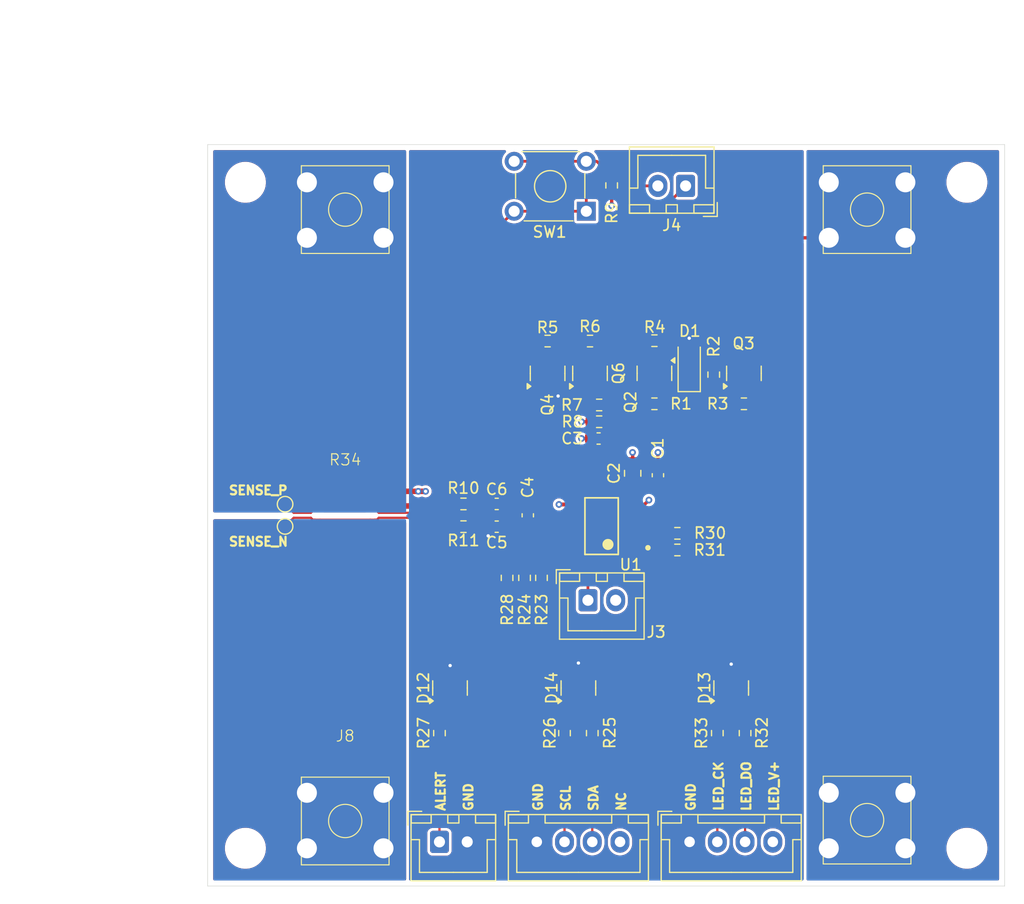
<source format=kicad_pcb>
(kicad_pcb (version 20240108) (generator "pcbnew") (generator_version "8.0")
  (layers (0 "F.Cu" signal) (1 "In1.Cu" signal) (2 "In2.Cu" signal) (31 "B.Cu" signal) (34 "B.Paste" user) (35 "F.Paste" user) (36 "B.SilkS" user "B.Silkscreen") (37 "F.SilkS" user "F.Silkscreen") (38 "B.Mask" user) (39 "F.Mask" user) (44 "Edge.Cuts" user))
  (net 0 "")
  (net 1 "REGIN")
  (net 2 "GND")
  (net 3 "/REG25")
  (net 4 "Net-(U1-BAT)")
  (net 5 "/SRN")
  (net 6 "/SRP")
  (net 7 "Net-(D1-K)")
  (net 8 "Net-(D12-K-Pad1)")
  (net 9 "Net-(J1-Pin_2)")
  (net 10 "Net-(J1-Pin_3)")
  (net 11 "Net-(J2-Pin_1)")
  (net 12 "Net-(J3-Pin_1)")
  (net 13 "/LED_SW")
  (net 14 "/VEN")
  (net 15 "Net-(Q2-S)")
  (net 16 "VBAT+")
  (net 17 "Net-(Q3-S)")
  (net 18 "Net-(Q4-D)")
  (net 19 "Net-(Q6-G)")
  (net 20 "Net-(Q6-D)")
  (net 21 "VBAT-")
  (net 22 "PACK-")
  (net 23 "Net-(U1-P3{slash}SDA)")
  (net 24 "Net-(U1-P4{slash}SCL)")
  (net 25 "Net-(U1-P5{slash}HDQ)")
  (net 26 "/LED_CLK")
  (net 27 "/LED_DAT")
  (net 29 "Net-(D14-K-Pad2)")
  (net 30 "Net-(D14-K-Pad1)")
  (net 32 "Net-(D13-K-Pad2)")
  (net 33 "Net-(D13-K-Pad1)")
  (net 35 "Net-(J11-Pin_3)")
  (net 36 "Net-(J11-Pin_2)")
  (net 37 "/SENSE_P")
  (net 38 "/SENSE_N")
  (net 39 "GNDA")
  (footprint "Resistor_SMD:R_0603_1608Metric" (layer "F.Cu") (at 125.6726 86.233)
    (property "Reference" "R5" (at 0 -1.2192 0) (layer "F.SilkS"))
    (property "Value" "165K")
    (pad "1" smd roundrect (at -0.825 0) (size 0.8 0.95) (layers "F.Cu" "F.Paste" "F.Mask") (net 18 "Net-(Q4-D)"))
    (pad "2" smd roundrect (at 0.825 0) (size 0.8 0.95) (layers "F.Cu" "F.Paste" "F.Mask") (net 19 "Net-(Q6-G)"))
  )
  (footprint "Package_TO_SOT_SMD:SOT-23" (layer "F.Cu") (at 143.3576 89.1441 90)
    (property "Reference" "Q3" (at 2.6947 -0.0254 180) (layer "F.SilkS"))
    (property "Value" "2N7002")
    (pad "1" smd roundrect (at -0.9375 -0.95 90) (size 1.475 0.6) (layers "F.Cu" "F.Paste" "F.Mask") (net 7 "Net-(D1-K)"))
    (pad "2" smd roundrect (at -0.9375 0.95 90) (size 1.475 0.6) (layers "F.Cu" "F.Paste" "F.Mask") (net 17 "Net-(Q3-S)"))
    (pad "3" smd roundrect (at 0.9375 0 90) (size 1.475 0.6) (layers "F.Cu" "F.Paste" "F.Mask") (net 16 "VBAT+"))
  )
  (footprint "Connector_JST:JST_XH_B2B-XH-A_1x02_P2.50mm_Vertical" (layer "F.Cu") (at 138.1052 72.2546 180)
    (property "Reference" "J4" (at 1.25 -3.55 0) (layer "F.SilkS"))
    (property "Value" "LED_DISP")
    (pad "1" thru_hole roundrect (at 0 0 180) (size 1.7 2) (drill 1) (layers "*.Cu" "*.Mask") (roundrect_rratio 0.147059) (net 14 "/VEN"))
    (pad "2" thru_hole oval (at 2.5 0 180) (size 1.7 2) (drill 1) (layers "*.Cu" "*.Mask") (net 13 "/LED_SW"))
  )
  (footprint "Package_TO_SOT_SMD:SOT-23" (layer "F.Cu") (at 129.4926 89.1441 90)
    (property "Reference" "Q6" (at 0.0099 2.5554 90) (layer "F.SilkS"))
    (property "Value" "BSS84")
    (pad "1" smd roundrect (at -0.9375 -0.95 90) (size 1.475 0.6) (layers "F.Cu" "F.Paste" "F.Mask") (net 19 "Net-(Q6-G)"))
    (pad "2" smd roundrect (at -0.9375 0.95 90) (size 1.475 0.6) (layers "F.Cu" "F.Paste" "F.Mask") (net 16 "VBAT+"))
    (pad "3" smd roundrect (at 0.9375 0 90) (size 1.475 0.6) (layers "F.Cu" "F.Paste" "F.Mask") (net 20 "Net-(Q6-D)"))
  )
  (footprint "shunt-resistor:Isabellenhuette-SMT-R010-1.0" (layer "F.Cu") (at 107.438466 101.9312)
    (property "Reference" "R34" (at 0 -5 0) (layer "F.SilkS") (effects (font (thickness 0.1))))
    (property "Value" "0.01")
    (pad "1" smd rect (at 0 -2) (size 4.6 3.4) (layers "F.Cu" "F.Mask") (net 21 "VBAT-"))
    (pad "2" smd rect (at 2.7 -0.4 90) (size 0.2 0.2) (layers "F.Cu") (net 37 "/SENSE_P"))
    (pad "3" smd rect (at 2.7 0.4 90) (size 0.2 0.2) (layers "F.Cu") (net 38 "/SENSE_N"))
    (pad "4" smd rect (at 0 2) (size 4.6 3.4) (layers "F.Cu" "F.Mask") (net 22 "PACK-"))
  )
  (footprint "Connector_JST:JST_XH_B4B-XH-A_1x04_P2.50mm_Vertical" (layer "F.Cu") (at 138.463464 131.3518)
    (property "Reference" "J11" (hide yes))
    (property "Value" "LED")
    (pad "1" thru_hole roundrect (at 0 0) (size 1.7 1.95) (drill 0.95) (layers "*.Cu" "*.Mask") (roundrect_rratio 0.147059) (net 2 "GND"))
    (pad "2" thru_hole oval (at 2.5 0) (size 1.7 1.95) (drill 0.95) (layers "*.Cu" "*.Mask") (net 36 "Net-(J11-Pin_2)"))
    (pad "3" thru_hole oval (at 5 0) (size 1.7 1.95) (drill 0.95) (layers "*.Cu" "*.Mask") (net 35 "Net-(J11-Pin_3)"))
    (pad "4" thru_hole oval (at 7.5 0) (size 1.7 1.95) (drill 0.95) (layers "*.Cu" "*.Mask"))
  )
  (footprint "Capacitor_SMD:C_0603_1608Metric" (layer "F.Cu") (at 121.0888 102.9562 180)
    (property "Reference" "C5" (at 0 -1.43 0) (layer "F.SilkS"))
    (property "Value" "100nF")
    (pad "1" smd roundrect (at -0.775 0 180) (size 0.9 0.95) (layers "F.Cu" "F.Paste" "F.Mask") (net 5 "/SRN"))
    (pad "2" smd roundrect (at 0.775 0 180) (size 0.9 0.95) (layers "F.Cu" "F.Paste" "F.Mask") (net 2 "GND"))
  )
  (footprint "Resistor_SMD:R_0603_1608Metric" (layer "F.Cu") (at 122.0216 107.569 90)
    (property "Reference" "R28" (at -2.8702 0.0122 90) (layer "F.SilkS"))
    (property "Value" "100")
    (pad "1" smd roundrect (at -0.825 0 90) (size 0.8 0.95) (layers "F.Cu" "F.Paste" "F.Mask") (net 8 "Net-(D12-K-Pad1)"))
    (pad "2" smd roundrect (at 0.825 0 90) (size 0.8 0.95) (layers "F.Cu" "F.Paste" "F.Mask") (net 25 "Net-(U1-P5{slash}HDQ)"))
  )
  (footprint "Resistor_SMD:R_0603_1608Metric" (layer "F.Cu") (at 140.963464 121.555 90)
    (property "Reference" "R33" (at 0 -1.43 90) (layer "F.SilkS"))
    (property "Value" "100")
    (pad "1" smd roundrect (at -0.825 0 90) (size 0.8 0.95) (layers "F.Cu" "F.Paste" "F.Mask") (net 36 "Net-(J11-Pin_2)"))
    (pad "2" smd roundrect (at 0.825 0 90) (size 0.8 0.95) (layers "F.Cu" "F.Paste" "F.Mask") (net 33 "Net-(D13-K-Pad1)"))
  )
  (footprint "Resistor_SMD:R_0603_1608Metric" (layer "F.Cu") (at 140.6398 89.2566 -90)
    (property "Reference" "R2" (at -2.54 0 90) (layer "F.SilkS"))
    (property "Value" "27K")
    (pad "1" smd roundrect (at -0.825 0 270) (size 0.8 0.95) (layers "F.Cu" "F.Paste" "F.Mask") (net 16 "VBAT+"))
    (pad "2" smd roundrect (at 0.825 0 270) (size 0.8 0.95) (layers "F.Cu" "F.Paste" "F.Mask") (net 7 "Net-(D1-K)"))
  )
  (footprint "Package_TO_SOT_SMD:SOT-23" (layer "F.Cu") (at 128.446798 117.491 90)
    (property "Reference" "D14" (at 0 -2.4 90) (layer "F.SilkS"))
    (property "Value" "AZ23C5V6-7")
    (pad "1" smd roundrect (at -0.9375 -0.95 90) (size 1.475 0.6) (layers "F.Cu" "F.Paste" "F.Mask") (net 30 "Net-(D14-K-Pad1)"))
    (pad "2" smd roundrect (at -0.9375 0.95 90) (size 1.475 0.6) (layers "F.Cu" "F.Paste" "F.Mask") (net 29 "Net-(D14-K-Pad2)"))
    (pad "3" smd roundrect (at 0.9375 0 90) (size 1.475 0.6) (layers "F.Cu" "F.Paste" "F.Mask") (net 2 "GND"))
  )
  (footprint "Resistor_SMD:R_0603_1608Metric" (layer "F.Cu") (at 137.3632 103.5562 180)
    (property "Reference" "R30" (at -2.9464 0.0254 0) (layer "F.SilkS"))
    (property "Value" "100")
    (pad "1" smd roundrect (at -0.825 0 180) (size 0.8 0.95) (layers "F.Cu" "F.Paste" "F.Mask") (net 32 "Net-(D13-K-Pad2)"))
    (pad "2" smd roundrect (at 0.825 0 180) (size 0.8 0.95) (layers "F.Cu" "F.Paste" "F.Mask") (net 27 "/LED_DAT"))
  )
  (footprint "Resistor_SMD:R_0603_1608Metric" (layer "F.Cu") (at 125.1204 107.569 90)
    (property "Reference" "R23" (at -2.8702 0.0122 90) (layer "F.SilkS"))
    (property "Value" "100")
    (pad "1" smd roundrect (at -0.825 0 90) (size 0.8 0.95) (layers "F.Cu" "F.Paste" "F.Mask") (net 29 "Net-(D14-K-Pad2)"))
    (pad "2" smd roundrect (at 0.825 0 90) (size 0.8 0.95) (layers "F.Cu" "F.Paste" "F.Mask") (net 23 "Net-(U1-P3{slash}SDA)"))
  )
  (footprint "Resistor_SMD:R_0603_1608Metric" (layer "F.Cu") (at 118.0924 100.9062)
    (property "Reference" "R10" (at 0 -1.43 0) (layer "F.SilkS"))
    (property "Value" "100")
    (pad "1" smd roundrect (at -0.825 0) (size 0.8 0.95) (layers "F.Cu" "F.Paste" "F.Mask") (net 37 "/SENSE_P"))
    (pad "2" smd roundrect (at 0.825 0) (size 0.8 0.95) (layers "F.Cu" "F.Paste" "F.Mask") (net 6 "/SRP"))
  )
  (footprint "Capacitor_SMD:C_0603_1608Metric" (layer "F.Cu") (at 123.8878 101.9312 -90)
    (property "Reference" "C4" (at -2.5156 0.012 90) (layer "F.SilkS"))
    (property "Value" "100nF")
    (pad "1" smd roundrect (at -0.775 0 270) (size 0.9 0.95) (layers "F.Cu" "F.Paste" "F.Mask") (net 6 "/SRP"))
    (pad "2" smd roundrect (at 0.775 0 270) (size 0.9 0.95) (layers "F.Cu" "F.Paste" "F.Mask") (net 5 "/SRN"))
  )
  (footprint "NetTie:NetTie-2_SMD_Pad0.5mm" (layer "F.Cu") (at 112.9364 101.092 180)
    (property "Reference" "NT2" (hide yes))
    (property "Value" "NetTie_2" (hide yes))
    (fp_poly (pts (xy -0.5 -0.25) (xy 0.5 -0.25) (xy 0.5 0.25) (xy -0.5 0.25)) (fill solid) (layer "F.Cu"))
    (pad "1" smd circle (at -0.5 0 180) (size 0.5 0.5) (layers "F.Cu") (net 2 "GND"))
    (pad "2" smd circle (at 0.5 0 180) (size 0.5 0.5) (layers "F.Cu") (net 21 "VBAT-"))
  )
  (footprint "MountingHole:MountingHole_3.2mm_M3" (layer "F.Cu") (at 163.4468 71.9312)
    (property "Reference" "H2" (hide yes))
    (property "Value" "MountingHole")
    (pad "" np_thru_hole circle (at 0 0) (size 3.2 3.2) (drill 3.2) (layers "*.Cu" "*.Mask"))
  )
  (footprint "Capacitor_SMD:C_0603_1608Metric" (layer "F.Cu") (at 135.6106 98.3206 90)
    (property "Reference" "C1" (at 2.413 -0.012 90) (layer "F.SilkS"))
    (property "Value" "100nF")
    (pad "1" smd roundrect (at -0.775 0 90) (size 0.9 0.95) (layers "F.Cu" "F.Paste" "F.Mask") (net 1 "REGIN"))
    (pad "2" smd roundrect (at 0.775 0 90) (size 0.9 0.95) (layers "F.Cu" "F.Paste" "F.Mask") (net 39 "GNDA"))
  )
  (footprint "Connector_JST:JST_XH_B2B-XH-A_1x02_P2.50mm_Vertical" (layer "F.Cu") (at 115.930132 131.3518)
    (property "Reference" "J2" (hide yes))
    (property "Value" "ALERT")
    (pad "1" thru_hole roundrect (at 0 0) (size 1.7 2) (drill 1) (layers "*.Cu" "*.Mask") (roundrect_rratio 0.147059) (net 11 "Net-(J2-Pin_1)"))
    (pad "2" thru_hole oval (at 2.5 0) (size 1.7 2) (drill 1) (layers "*.Cu" "*.Mask") (net 2 "GND"))
  )
  (footprint "Resistor_SMD:R_0603_1608Metric" (layer "F.Cu") (at 135.2956 86.2)
    (property "Reference" "R4" (at 0.0254 -1.2192 0) (layer "F.SilkS"))
    (property "Value" "27K")
    (pad "1" smd roundrect (at -0.825 0) (size 0.8 0.95) (layers "F.Cu" "F.Paste" "F.Mask") (net 16 "VBAT+"))
    (pad "2" smd roundrect (at 0.825 0) (size 0.8 0.95) (layers "F.Cu" "F.Paste" "F.Mask") (net 7 "Net-(D1-K)"))
  )
  (footprint "Resistor_SMD:R_0603_1608Metric" (layer "F.Cu") (at 118.0924 102.9562)
    (property "Reference" "R11" (at 0 1.2446 0) (layer "F.SilkS"))
    (property "Value" "100")
    (pad "1" smd roundrect (at -0.825 0) (size 0.8 0.95) (layers "F.Cu" "F.Paste" "F.Mask") (net 38 "/SENSE_N"))
    (pad "2" smd roundrect (at 0.825 0) (size 0.8 0.95) (layers "F.Cu" "F.Paste" "F.Mask") (net 5 "/SRN"))
  )
  (footprint "Diode_SMD:D_SOD-123" (layer "F.Cu") (at 138.43 88.427 90)
    (property "Reference" "D1" (at 3.0952 0.0508 180) (layer "F.SilkS"))
    (property "Value" "5V6")
    (pad "1" smd roundrect (at -1.65 0 90) (size 0.9 1.2) (layers "F.Cu" "F.Paste" "F.Mask") (net 7 "Net-(D1-K)"))
    (pad "2" smd roundrect (at 1.65 0 90) (size 0.9 1.2) (layers "F.Cu" "F.Paste" "F.Mask") (net 2 "GND"))
  )
  (footprint "Resistor_SMD:R_0603_1608Metric" (layer "F.Cu") (at 137.3632 105.055 180)
    (property "Reference" "R31" (at -2.921 0 0) (layer "F.SilkS"))
    (property "Value" "100")
    (pad "1" smd roundrect (at -0.825 0 180) (size 0.8 0.95) (layers "F.Cu" "F.Paste" "F.Mask") (net 33 "Net-(D13-K-Pad1)"))
    (pad "2" smd roundrect (at 0.825 0 180) (size 0.8 0.95) (layers "F.Cu" "F.Paste" "F.Mask") (net 26 "/LED_CLK"))
  )
  (footprint "Capacitor_SMD:C_0805_2012Metric" (layer "F.Cu") (at 133.3366 98.1456 90)
    (property "Reference" "C2" (at 0 -1.68 90) (layer "F.SilkS"))
    (property "Value" "1uF")
    (pad "1" smd roundrect (at -0.95 0 90) (size 1 1.45) (layers "F.Cu" "F.Paste" "F.Mask") (net 3 "/REG25"))
    (pad "2" smd roundrect (at 0.95 0 90) (size 1 1.45) (layers "F.Cu" "F.Paste" "F.Mask") (net 39 "GNDA"))
  )
  (footprint "Connector_JST:JST_XH_B2B-XH-A_1x02_P2.50mm_Vertical" (layer "F.Cu") (at 129.306 109.584)
    (property "Reference" "J3" (at 6.1462 2.8618 0) (layer "F.SilkS"))
    (property "Value" "NTC")
    (pad "1" thru_hole roundrect (at 0 0) (size 1.7 2) (drill 1) (layers "*.Cu" "*.Mask") (roundrect_rratio 0.147059) (net 12 "Net-(J3-Pin_1)"))
    (pad "2" thru_hole oval (at 2.5 0) (size 1.7 2) (drill 1) (layers "*.Cu" "*.Mask") (net 3 "/REG25"))
  )
  (footprint "Plugin_terminal:square_terminal" (layer "F.Cu") (at 107.438466 129.4312)
    (property "Reference" "J8" (at 0 -7.62 0) (layer "F.SilkS") (effects (font (thickness 0.1))))
    (property "Value" "LOAD")
    (pad "1" thru_hole circle (at -3.45 -2.5) (size 3.5 3.5) (drill 1.8) (layers "*.Cu" "*.Mask") (net 22 "PACK-"))
    (pad "1" thru_hole circle (at -3.45 2.5) (size 3.5 3.5) (drill 1.8) (layers "*.Cu" "*.Mask") (net 22 "PACK-"))
    (pad "1" thru_hole circle (at 3.45 -2.5) (size 3.5 3.5) (drill 1.8) (layers "*.Cu" "*.Mask") (net 22 "PACK-"))
    (pad "1" thru_hole circle (at 3.45 2.5) (size 3.5 3.5) (drill 1.8) (layers "*.Cu" "*.Mask") (net 22 "PACK-"))
  )
  (footprint "Plugin_terminal:square_terminal" (layer "F.Cu") (at 154.45513 129.4312 180)
    (property "Reference" "J7" (hide yes))
    (property "Value" "LOAD")
    (pad "1" thru_hole circle (at -3.45 -2.5 180) (size 3.5 3.5) (drill 1.8) (layers "*.Cu" "*.Mask") (net 16 "VBAT+"))
    (pad "1" thru_hole circle (at -3.45 2.5 180) (size 3.5 3.5) (drill 1.8) (layers "*.Cu" "*.Mask") (net 16 "VBAT+"))
    (pad "1" thru_hole circle (at 3.45 -2.5 180) (size 3.5 3.5) (drill 1.8) (layers "*.Cu" "*.Mask") (net 16 "VBAT+"))
    (pad "1" thru_hole circle (at 3.45 2.5 180) (size 3.5 3.5) (drill 1.8) (layers "*.Cu" "*.Mask") (net 16 "VBAT+"))
  )
  (footprint "Resistor_SMD:R_0603_1608Metric" (layer "F.Cu") (at 129.4926 86.233)
    (property "Reference" "R6" (at 0.0002 -1.3132 0) (layer "F.SilkS"))
    (property "Value" "100K")
    (pad "1" smd roundrect (at -0.825 0) (size 0.8 0.95) (layers "F.Cu" "F.Paste" "F.Mask") (net 19 "Net-(Q6-G)"))
    (pad "2" smd roundrect (at 0.825 0) (size 0.8 0.95) (layers "F.Cu" "F.Paste" "F.Mask") (net 16 "VBAT+"))
  )
  (footprint "MountingHole:MountingHole_3.2mm_M3" (layer "F.Cu") (at 98.4468 131.9312)
    (property "Reference" "H3" (hide yes))
    (property "Value" "MountingHole")
    (pad "" np_thru_hole circle (at 0 0) (size 3.2 3.2) (drill 3.2) (layers "*.Cu" "*.Mask"))
  )
  (footprint "Resistor_SMD:R_0603_1608Metric" (layer "F.Cu") (at 129.696798 121.555 90)
    (property "Reference" "R25" (at 0.0254 1.5748 90) (layer "F.SilkS"))
    (property "Value" "100")
    (pad "1" smd roundrect (at -0.825 0 90) (size 0.8 0.95) (layers "F.Cu" "F.Paste" "F.Mask") (net 10 "Net-(J1-Pin_3)"))
    (pad "2" smd roundrect (at 0.825 0 90) (size 0.8 0.95) (layers "F.Cu" "F.Paste" "F.Mask") (net 29 "Net-(D14-K-Pad2)"))
  )
  (footprint "Resistor_SMD:R_0603_1608Metric" (layer "F.Cu") (at 130.3176 93.5025)
    (property "Reference" "R8" (at -2.413 0 0) (layer "F.SilkS"))
    (property "Value" "165K/0.1%")
    (pad "1" smd roundrect (at -0.825 0) (size 0.8 0.95) (layers "F.Cu" "F.Paste" "F.Mask") (net 39 "GNDA"))
    (pad "2" smd roundrect (at 0.825 0) (size 0.8 0.95) (layers "F.Cu" "F.Paste" "F.Mask") (net 4 "Net-(U1-BAT)"))
  )
  (footprint "Resistor_SMD:R_0603_1608Metric" (layer "F.Cu") (at 143.463464 121.555 90)
    (property "Reference" "R32" (at 0.0254 1.524 90) (layer "F.SilkS"))
    (property "Value" "100")
    (pad "1" smd roundrect (at -0.825 0 90) (size 0.8 0.95) (layers "F.Cu" "F.Paste" "F.Mask") (net 35 "Net-(J11-Pin_3)"))
    (pad "2" smd roundrect (at 0.825 0 90) (size 0.8 0.95) (layers "F.Cu" "F.Paste" "F.Mask") (net 32 "Net-(D13-K-Pad2)"))
  )
  (footprint "Resistor_SMD:R_0603_1608Metric" (layer "F.Cu") (at 143.3576 91.885)
    (property "Reference" "R3" (at -2.3622 0 0) (layer "F.SilkS"))
    (property "Value" "47")
    (pad "1" smd roundrect (at -0.825 0) (size 0.8 0.95) (layers "F.Cu" "F.Paste" "F.Mask") (net 1 "REGIN"))
    (pad "2" smd roundrect (at 0.825 0) (size 0.8 0.95) (layers "F.Cu" "F.Paste" "F.Mask") (net 17 "Net-(Q3-S)"))
  )
  (footprint "Resistor_SMD:R_0603_1608Metric" (layer "F.Cu") (at 131.4438 72.2122 90)
    (property "Reference" "R9" (at -2.4892 0.0012 90) (layer "F.SilkS"))
    (property "Value" "1K")
    (pad "1" smd roundrect (at -0.825 0 90) (size 0.8 0.95) (layers "F.Cu" "F.Paste" "F.Mask") (net 3 "/REG25"))
    (pad "2" smd roundrect (at 0.825 0 90) (size 0.8 0.95) (layers "F.Cu" "F.Paste" "F.Mask") (net 13 "/LED_SW"))
  )
  (footprint "Capacitor_SMD:C_0603_1608Metric" (layer "F.Cu") (at 130.2676 95.0138 180)
    (property "Reference" "C3" (at 2.3876 0 0) (layer "F.SilkS"))
    (property "Value" "3300pF")
    (pad "1" smd roundrect (at -0.775 0 180) (size 0.9 0.95) (layers "F.Cu" "F.Paste" "F.Mask") (net 4 "Net-(U1-BAT)"))
    (pad "2" smd roundrect (at 0.775 0 180) (size 0.9 0.95) (layers "F.Cu" "F.Paste" "F.Mask") (net 39 "GNDA"))
  )
  (footprint "Plugin_terminal:square_terminal" (layer "F.Cu") (at 107.438466 74.4312 180)
    (property "Reference" "J6" (hide yes))
    (property "Value" "BAT")
    (pad "1" thru_hole circle (at -3.45 -2.5 180) (size 3.5 3.5) (drill 1.8) (layers "*.Cu" "*.Mask") (net 21 "VBAT-"))
    (pad "1" thru_hole circle (at -3.45 2.5 180) (size 3.5 3.5) (drill 1.8) (layers "*.Cu" "*.Mask") (net 21 "VBAT-"))
    (pad "1" thru_hole circle (at 3.45 -2.5 180) (size 3.5 3.5) (drill 1.8) (layers "*.Cu" "*.Mask") (net 21 "VBAT-"))
    (pad "1" thru_hole circle (at 3.45 2.5 180) (size 3.5 3.5) (drill 1.8) (layers "*.Cu" "*.Mask") (net 21 "VBAT-"))
  )
  (footprint "Resistor_SMD:R_0603_1608Metric" (layer "F.Cu") (at 135.2956 91.885 180)
    (property "Reference" "R1" (at -2.3978 0 0) (layer "F.SilkS"))
    (property "Value" "47")
    (pad "1" smd roundrect (at -0.825 0 180) (size 0.8 0.95) (layers "F.Cu" "F.Paste" "F.Mask") (net 1 "REGIN"))
    (pad "2" smd roundrect (at 0.825 0 180) (size 0.8 0.95) (layers "F.Cu" "F.Paste" "F.Mask") (net 15 "Net-(Q2-S)"))
  )
  (footprint "TestPoint:TestPoint_Pad_D1.0mm" (layer "F.Cu") (at 102.0224 100.9312)
    (property "Reference" "TP1" (hide yes))
    (property "Value" "TestPoint")
    (pad "1" smd circle (at 0 0) (size 1 1) (layers "F.Cu" "F.Mask") (net 37 "/SENSE_P"))
  )
  (footprint "Resistor_SMD:R_0603_1608Metric" (layer "F.Cu") (at 127.196798 121.555 90)
    (property "Reference" "R26" (at 0 -1.3208 90) (layer "F.SilkS"))
    (property "Value" "100")
    (pad "1" smd roundrect (at -0.825 0 90) (size 0.8 0.95) (layers "F.Cu" "F.Paste" "F.Mask") (net 9 "Net-(J1-Pin_2)"))
    (pad "2" smd roundrect (at 0.825 0 90) (size 0.8 0.95) (layers "F.Cu" "F.Paste" "F.Mask") (net 30 "Net-(D14-K-Pad1)"))
  )
  (footprint "BQ34Z100PWR-G1:Texas_Instruments-PW0014A-0-0-0" (layer "F.Cu") (at 130.5366 102.9062 90)
    (property "Reference" "U1" (at -3.475 1.525 0) (layer "F.SilkS") (effects (justify left)))
    (property "Value" "BQ34Z100PWR-G1")
    (pad "1" smd rect (at -1.95 2.8 90) (size 0.35 1.6) (layers "F.Cu" "F.Mask") (net 26 "/LED_CLK"))
    (pad "2" smd rect (at -1.3 2.8 90) (size 0.35 1.6) (layers "F.Cu" "F.Mask") (net 14 "/VEN"))
    (pad "3" smd rect (at -0.65 2.8 90) (size 0.35 1.6) (layers "F.Cu" "F.Mask") (net 27 "/LED_DAT"))
    (pad "4" smd rect (at 0 2.8 90) (size 0.35 1.6) (layers "F.Cu" "F.Mask") (net 4 "Net-(U1-BAT)"))
    (pad "5" smd rect (at 0.65 2.8 90) (size 0.35 1.6) (layers "F.Cu" "F.Mask") (net 1 "REGIN"))
    (pad "6" smd rect (at 1.3 2.8 90) (size 0.35 1.6) (layers "F.Cu" "F.Mask") (net 1 "REGIN"))
    (pad "7" smd rect (at 1.95 2.8 90) (size 0.35 1.6) (layers "F.Cu" "F.Mask") (net 3 "/REG25"))
    (pad "8" smd rect (at 1.95 -2.8 90) (size 0.35 1.6) (layers "F.Cu" "F.Mask") (net 39 "GNDA"))
    (pad "9" smd rect (at 1.3 -2.8 90) (size 0.35 1.6) (layers "F.Cu" "F.Mask") (net 6 "/SRP"))
    (pad "10" smd rect (at 0.65 -2.8 90) (size 0.35 1.6) (layers "F.Cu" "F.Mask") (net 5 "/SRN"))
    (pad "11" smd rect (at 0 -2.8 90) (size 0.35 1.6) (layers "F.Cu" "F.Mask") (net 12 "Net-(J3-Pin_1)"))
    (pad "12" smd rect (at -0.65 -2.8 90) (size 0.35 1.6) (layers "F.Cu" "F.Mask") (net 25 "Net-(U1-P5{slash}HDQ)"))
    (pad "13" smd rect (at -1.3 -2.8 90) (size 0.35 1.6) (layers "F.Cu" "F.Mask") (net 24 "Net-(U1-P4{slash}SCL)"))
    (pad "14" smd rect (at -1.95 -2.8 90) (size 0.35 1.6) (layers "F.Cu" "F.Mask") (net 23 "Net-(U1-P3{slash}SDA)"))
  )
  (footprint "Package_TO_SOT_SMD:SOT-23" (layer "F.Cu") (at 142.213464 117.491 90)
    (property "Reference" "D13" (at 0 -2.4 90) (layer "F.SilkS"))
    (property "Value" "AZ23C5V6-7")
    (pad "1" smd roundrect (at -0.9375 -0.95 90) (size 1.475 0.6) (layers "F.Cu" "F.Paste" "F.Mask") (net 33 "Net-(D13-K-Pad1)"))
    (pad "2" smd roundrect (at -0.9375 0.95 90) (size 1.475 0.6) (layers "F.Cu" "F.Paste" "F.Mask") (net 32 "Net-(D13-K-Pad2)"))
    (pad "3" smd roundrect (at 0.9375 0 90) (size 1.475 0.6) (layers "F.Cu" "F.Paste" "F.Mask") (net 2 "GND"))
  )
  (footprint "Connector_JST:JST_XH_B4B-XH-A_1x04_P2.50mm_Vertical" (layer "F.Cu") (at 124.696798 131.3518)
    (property "Reference" "J1" (hide yes))
    (property "Value" "Conn_01x04")
    (pad "1" thru_hole roundrect (at 0 0) (size 1.7 1.95) (drill 0.95) (layers "*.Cu" "*.Mask") (roundrect_rratio 0.147059) (net 2 "GND"))
    (pad "2" thru_hole oval (at 2.5 0) (size 1.7 1.95) (drill 0.95) (layers "*.Cu" "*.Mask") (net 9 "Net-(J1-Pin_2)"))
    (pad "3" thru_hole oval (at 5 0) (size 1.7 1.95) (drill 0.95) (layers "*.Cu" "*.Mask") (net 10 "Net-(J1-Pin_3)"))
    (pad "4" thru_hole oval (at 7.5 0) (size 1.7 1.95) (drill 0.95) (layers "*.Cu" "*.Mask"))
  )
  (footprint "NetTie:NetTie-2_SMD_Pad0.5mm" (layer "F.Cu") (at 112.8856 99.7712 180)
    (property "Reference" "NT3" (hide yes))
    (property "Value" "NetTie_2" (hide yes))
    (fp_poly (pts (xy -0.5 -0.25) (xy 0.5 -0.25) (xy 0.5 0.25) (xy -0.5 0.25)) (fill solid) (layer "F.Cu"))
    (pad "1" smd circle (at -0.5 0 180) (size 0.5 0.5) (layers "F.Cu") (net 39 "GNDA"))
    (pad "2" smd circle (at 0.5 0 180) (size 0.5 0.5) (layers "F.Cu") (net 21 "VBAT-"))
  )
  (footprint "Package_TO_SOT_SMD:SOT-23" (layer "F.Cu") (at 125.6726 89.1441 90)
    (property "Reference" "Q4" (at -2.8217 -0.0113 90) (layer "F.SilkS"))
    (property "Value" "BSS138")
    (pad "1" smd roundrect (at -0.9375 -0.95 90) (size 1.475 0.6) (layers "F.Cu" "F.Paste" "F.Mask") (net 14 "/VEN"))
    (pad "2" smd roundrect (at -0.9375 0.95 90) (size 1.475 0.6) (layers "F.Cu" "F.Paste" "F.Mask") (net 2 "GND"))
    (pad "3" smd roundrect (at 0.9375 0 90) (size 1.475 0.6) (layers "F.Cu" "F.Paste" "F.Mask") (net 18 "Net-(Q4-D)"))
  )
  (footprint "Package_TO_SOT_SMD:SOT-23" (layer "F.Cu") (at 116.880132 117.491 90)
    (property "Reference" "D12" (at 0 -2.4 90) (layer "F.SilkS"))
    (property "Value" "AZ23C5V6-7")
    (pad "1" smd roundrect (at -0.9375 -0.95 90) (size 1.475 0.6) (layers "F.Cu" "F.Paste" "F.Mask") (net 8 "Net-(D12-K-Pad1)"))
    (pad "2" smd roundrect (at -0.9375 0.95 90) (size 1.475 0.6) (layers "F.Cu" "F.Paste" "F.Mask"))
    (pad "3" smd roundrect (at 0.9375 0 90) (size 1.475 0.6) (layers "F.Cu" "F.Paste" "F.Mask") (net 2 "GND"))
  )
  (footprint "Capacitor_SMD:C_0603_1608Metric" (layer "F.Cu") (at 121.0888 100.9062 180)
    (property "Reference" "C6" (at 0 1.3208 0) (layer "F.SilkS"))
    (property "Value" "100nF")
    (pad "1" smd roundrect (at -0.775 0 180) (size 0.9 0.95) (layers "F.Cu" "F.Paste" "F.Mask") (net 6 "/SRP"))
    (pad "2" smd roundrect (at 0.775 0 180) (size 0.9 0.95) (layers "F.Cu" "F.Paste" "F.Mask") (net 2 "GND"))
  )
  (footprint "Resistor_SMD:R_0603_1608Metric" (layer "F.Cu") (at 130.3176 91.9912 180)
    (property "Reference" "R7" (at 2.4638 0 0) (layer "F.SilkS"))
    (property "Value" "300K/0.1%")
    (pad "1" smd roundrect (at -0.825 0 180) (size 0.8 0.95) (layers "F.Cu" "F.Paste" "F.Mask") (net 4 "Net-(U1-BAT)"))
    (pad "2" smd roundrect (at 0.825 0 180) (size 0.8 0.95) (layers "F.Cu" "F.Paste" "F.Mask") (net 20 "Net-(Q6-D)"))
  )
  (footprint "Resistor_SMD:R_0603_1608Metric" (layer "F.Cu") (at 123.5964 107.569 90)
    (property "Reference" "R24" (at -2.8702 0.0122 90) (layer "F.SilkS"))
    (property "Value" "100")
    (pad "1" smd roundrect (at -0.825 0 90) (size 0.8 0.95) (layers "F.Cu" "F.Paste" "F.Mask") (net 30 "Net-(D14-K-Pad1)"))
    (pad "2" smd roundrect (at 0.825 0 90) (size 0.8 0.95) (layers "F.Cu" "F.Paste" "F.Mask") (net 24 "Net-(U1-P4{slash}SCL)"))
  )
  (footprint "Button_Switch_THT:SW_TH_Tactile_Omron_B3F-10xx" (layer "F.Cu") (at 129.1578 74.5384 180)
    (property "Reference" "SW1" (at 3.3008 -1.8648 360) (layer "F.SilkS"))
    (property "Value" "LED_SW")
    (pad "1" thru_hole rect (at 0 0 180) (size 1.7 1.7) (drill 1) (layers "*.Cu" "*.Mask") (net 14 "/VEN"))
    (pad "1" thru_hole circle (at 6.5 0 180) (size 1.7 1.7) (drill 1) (layers "*.Cu" "*.Mask") (net 14 "/VEN"))
    (pad "2" thru_hole circle (at 0 4.5 180) (size 1.7 1.7) (drill 1) (layers "*.Cu" "*.Mask") (net 13 "/LED_SW"))
    (pad "2" thru_hole circle (at 6.5 4.5 180) (size 1.7 1.7) (drill 1) (layers "*.Cu" "*.Mask") (net 13 "/LED_SW"))
  )
  (footprint "Resistor_SMD:R_0603_1608Metric" (layer "F.Cu") (at 115.930132 121.555 90)
    (property "Reference" "R27" (at 0 -1.43 90) (layer "F.SilkS"))
    (property "Value" "100")
    (pad "1" smd roundrect (at -0.825 0 90) (size 0.8 0.95) (layers "F.Cu" "F.Paste" "F.Mask") (net 11 "Net-(J2-Pin_1)"))
    (pad "2" smd roundrect (at 0.825 0 90) (size 0.8 0.95) (layers "F.Cu" "F.Paste" "F.Mask") (net 8 "Net-(D12-K-Pad1)"))
  )
  (footprint "MountingHole:MountingHole_3.2mm_M3" (layer "F.Cu") (at 98.4468 71.9312)
    (property "Reference" "H1" (hide yes))
    (property "Value" "MountingHole")
    (pad "" np_thru_hole circle (at 0 0) (size 3.2 3.2) (drill 3.2) (layers "*.Cu" "*.Mask"))
  )
  (footprint "TestPoint:TestPoint_Pad_D1.0mm" (layer "F.Cu") (at 102.0224 102.9312)
    (property "Reference" "TP2" (hide yes))
    (property "Value" "TestPoint")
    (pad "1" smd circle (at 0 0) (size 1 1) (layers "F.Cu" "F.Mask") (net 38 "/SENSE_N"))
  )
  (footprint "MountingHole:MountingHole_3.2mm_M3" (layer "F.Cu") (at 163.4468 131.9312)
    (property "Reference" "H4" (hide yes))
    (property "Value" "MountingHole")
    (pad "" np_thru_hole circle (at 0 0) (size 3.2 3.2) (drill 3.2) (layers "*.Cu" "*.Mask"))
  )
  (footprint "Plugin_terminal:square_terminal" (layer "F.Cu") (at 154.45513 74.4312 180)
    (property "Reference" "J5" (hide yes))
    (property "Value" "BAT")
    (pad "1" thru_hole circle (at -3.45 -2.5 180) (size 3.5 3.5) (drill 1.8) (layers "*.Cu" "*.Mask") (net 16 "VBAT+"))
    (pad "1" thru_hole circle (at -3.45 2.5 180) (size 3.5 3.5) (drill 1.8) (layers "*.Cu" "*.Mask") (net 16 "VBAT+"))
    (pad "1" thru_hole circle (at 3.45 -2.5 180) (size 3.5 3.5) (drill 1.8) (layers "*.Cu" "*.Mask") (net 16 "VBAT+"))
    (pad "1" thru_hole circle (at 3.45 2.5 180) (size 3.5 3.5) (drill 1.8) (layers "*.Cu" "*.Mask") (net 16 "VBAT+"))
  )
  (footprint "Package_TO_SOT_SMD:SOT-23" (layer "F.Cu") (at 135.2956 89.1395 -90)
    (property "Reference" "Q2" (at 2.5931 2.1488 -90) (layer "F.SilkS"))
    (property "Value" "2N7002")
    (pad "1" smd roundrect (at -0.9375 -0.95 270) (size 1.475 0.6) (layers "F.Cu" "F.Paste" "F.Mask") (net 7 "Net-(D1-K)"))
    (pad "2" smd roundrect (at -0.9375 0.95 270) (size 1.475 0.6) (layers "F.Cu" "F.Paste" "F.Mask") (net 15 "Net-(Q2-S)"))
    (pad "3" smd roundrect (at 0.9375 0 270) (size 1.475 0.6) (layers "F.Cu" "F.Paste" "F.Mask") (net 16 "VBAT+"))
  )
  (gr_poly (pts (xy 104.5718 102.2312) (xy 104.5718 102.4312) (xy 104.7718 102.4312) (xy 104.7718 102.2312)) (fill solid) (layer "F.Cu") (net 38))
  (gr_poly (pts (xy 110.1518 102.2312) (xy 109.6518 102.2312) (xy 109.6518 102.4312) (xy 110.1518 102.4312)) (fill solid) (layer "F.Cu"))
  (gr_poly (pts (xy 105.1988 102.2312) (xy 104.6988 102.2312) (xy 104.6988 102.4312) (xy 105.1988 102.4312)) (fill solid) (layer "F.Cu"))
  (gr_poly (pts (xy 110.1598 101.4312) (xy 109.6598 101.4312) (xy 109.6598 101.6312) (xy 110.1598 101.6312)) (fill solid) (layer "F.Cu"))
  (gr_poly (pts (xy 104.5718 101.4312) (xy 104.5718 101.6312) (xy 104.7718 101.6312) (xy 104.7718 101.4312)) (fill solid) (layer "F.Cu") (net 37))
  (gr_poly (pts (xy 105.148 101.4312) (xy 104.648 101.4312) (xy 104.648 101.6312) (xy 105.148 101.6312)) (fill solid) (layer "F.Cu"))
  (gr_line (start 95.0468 135.3312) (end 166.8468 135.3312) (stroke (width 0.05)) (layer "Edge.Cuts"))
  (gr_line (start 166.8468 68.5312) (end 166.8468 135.3312) (stroke (width 0.05)) (layer "Edge.Cuts"))
  (gr_line (start 95.0468 68.5312) (end 166.8468 68.5312) (stroke (width 0.05)) (layer "Edge.Cuts"))
  (gr_line (start 95.0468 68.5312) (end 95.0468 135.3312) (stroke (width 0.05)) (layer "Edge.Cuts"))
  (gr_text "ALERT" (at 116.511132 128.657353 90) (layer "F.SilkS") (effects (font (size 0.8 0.8) (thickness 0.2) (bold yes)) (justify left bottom)))
  (gr_text "SDA" (at 130.277798 128.657353 90) (layer "F.SilkS") (effects (font (size 0.8 0.8) (thickness 0.2) (bold yes)) (justify left bottom)))
  (gr_text "GND" (at 139.044464 128.657353 90) (layer "F.SilkS") (effects (font (size 0.8 0.8) (thickness 0.2) (bold yes)) (justify left bottom)))
  (gr_text "GND" (at 119.011132 128.657353 90) (layer "F.SilkS") (effects (font (size 0.8 0.8) (thickness 0.2) (bold yes)) (justify left bottom)))
  (gr_text "LED_V+" (at 146.544464 128.6764 90) (layer "F.SilkS") (effects (font (size 0.8 0.8) (thickness 0.2) (bold yes)) (justify left bottom)))
  (gr_text "LED_CK" (at 141.544464 128.657353 90) (layer "F.SilkS") (effects (font (size 0.8 0.8) (thickness 0.2) (bold yes)) (justify left bottom)))
  (gr_text "SENSE_P" (at 96.863351 100.1522 0) (layer "F.SilkS") (effects (font (size 0.8 0.8) (thickness 0.2) (bold yes)) (justify left bottom)))
  (gr_text "GND" (at 125.277798 128.657353 90) (layer "F.SilkS") (effects (font (size 0.8 0.8) (thickness 0.2) (bold yes)) (justify left bottom)))
  (gr_text "SENSE_N" (at 96.863351 104.775 0) (layer "F.SilkS") (effects (font (size 0.8 0.8) (thickness 0.2) (bold yes)) (justify left bottom)))
  (gr_text "SCL" (at 127.777798 128.657353 90) (layer "F.SilkS") (effects (font (size 0.8 0.8) (thickness 0.2) (bold yes)) (justify left bottom)))
  (gr_text "LED_DO" (at 144.044464 128.6764 90) (layer "F.SilkS") (effects (font (size 0.8 0.8) (thickness 0.2) (bold yes)) (justify left bottom)))
  (gr_text "NC" (at 132.777798 128.657353 90) (layer "F.SilkS") (effects (font (size 0.8 0.8) (thickness 0.2) (bold yes)) (justify left bottom)))
  (segment (start 133.3366 101.6062) (end 135.1026 101.6062) (width 0.3) (layer "F.Cu") (net 1))
  (segment (start 138.9888 91.885) (end 139.192 91.885) (width 0.3) (layer "F.Cu") (net 1))
  (segment (start 135.1026 101.6062) (end 135.325 101.6062) (width 0.3) (layer "F.Cu") (net 1))
  (segment (start 139.3952 91.885) (end 142.5326 91.885) (width 0.3) (layer "F.Cu") (net 1))
  (segment (start 135.6106 101.3206) (end 135.6106 99.0956) (width 0.3) (layer "F.Cu") (net 1))
  (segment (start 139.192 92.1766) (end 139.192 92.0882) (width 0.3) (layer "F.Cu") (net 1))
  (segment (start 135.3608 102.2562) (end 135.6106 102.0064) (width 0.3) (layer "F.Cu") (net 1))
  (segment (start 139.192 92.1766) (end 139.192 91.885) (width 0.3) (layer "F.Cu") (net 1))
  (segment (start 135.4136 101.6062) (end 135.6106 101.8032) (width 0.3) (layer "F.Cu") (net 1))
  (segment (start 139.192 97.7392) (end 139.192 92.1766) (width 0.3) (layer "F.Cu") (net 1))
  (segment (start 135.579 101.6062) (end 135.6106 101.5746) (width 0.3) (layer "F.Cu") (net 1))
  (segment (start 135.6106 99.0956) (end 137.8356 99.0956) (width 0.3) (layer "F.Cu") (net 1))
  (segment (start 135.1026 101.6062) (end 135.579 101.6062) (width 0.3) (layer "F.Cu") (net 1))
  (segment (start 133.3366 102.2562) (end 135.3608 102.2562) (width 0.3) (layer "F.Cu") (net 1))
  (segment (start 135.325 101.6062) (end 135.4136 101.6062) (width 0.3) (layer "F.Cu") (net 1))
  (segment (start 135.325 101.6062) (end 135.6106 101.3206) (width 0.3) (layer "F.Cu") (net 1))
  (segment (start 139.192 92.0882) (end 138.9888 91.885) (width 0.3) (layer "F.Cu") (net 1))
  (segment (start 139.192 91.885) (end 139.3952 91.885) (width 0.3) (layer "F.Cu") (net 1))
  (segment (start 135.6106 101.5746) (end 135.6106 101.3206) (width 0.3) (layer "F.Cu") (net 1))
  (segment (start 135.6106 102.0064) (end 135.6106 101.8032) (width 0.3) (layer "F.Cu") (net 1))
  (segment (start 135.6106 101.8032) (end 135.6106 101.5746) (width 0.3) (layer "F.Cu") (net 1))
  (segment (start 139.192 92.0882) (end 139.3952 91.885) (width 0.3) (layer "F.Cu") (net 1))
  (segment (start 136.1206 91.885) (end 138.9888 91.885) (width 0.3) (layer "F.Cu") (net 1))
  (segment (start 137.8356 99.0956) (end 139.192 97.7392) (width 0.3) (layer "F.Cu") (net 1))
  (segment (start 142.213464 116.5535) (end 142.213464 115.342536) (width 0.25) (layer "F.Cu") (net 2))
  (segment (start 142.213464 115.342536) (end 142.2146 115.3414) (width 0.25) (layer "F.Cu") (net 2))
  (segment (start 116.880132 116.5535) (end 116.880132 115.479068) (width 0.25) (layer "F.Cu") (net 2))
  (segment (start 138.43 86.777) (end 138.43 85.979) (width 0.25) (layer "F.Cu") (net 2))
  (segment (start 126.6226 91.1824) (end 126.619 91.186) (width 0.25) (layer "F.Cu") (net 2))
  (segment (start 128.446798 115.240802) (end 128.4478 115.2398) (width 0.25) (layer "F.Cu") (net 2))
  (segment (start 126.6226 90.0816) (end 126.6226 91.1824) (width 0.25) (layer "F.Cu") (net 2))
  (segment (start 128.446798 116.5535) (end 128.446798 115.240802) (width 0.25) (layer "F.Cu") (net 2))
  (segment (start 120.3138 103.7784) (end 120.3198 103.7844) (width 0.25) (layer "F.Cu") (net 2))
  (segment (start 120.3138 102.9562) (end 120.3138 103.7784) (width 0.25) (layer "F.Cu") (net 2))
  (segment (start 116.880132 115.479068) (end 116.8908 115.4684) (width 0.25) (layer "F.Cu") (net 2))
  (via (at 116.8908 115.4684) (size 0.6) (drill 0.3) (layers "F.Cu" "B.Cu") (net 2))
  (via (at 126.619 91.186) (size 0.6) (drill 0.3) (layers "F.Cu" "B.Cu") (net 2))
  (via (at 138.43 85.979) (size 0.6) (drill 0.3) (layers "F.Cu" "B.Cu") (net 2))
  (via (at 120.3198 103.7844) (size 0.6) (drill 0.3) (layers "F.Cu" "B.Cu") (net 2))
  (via (at 128.4478 115.2398) (size 0.6) (drill 0.3) (layers "F.Cu" "B.Cu") (net 2))
  (via (at 142.2146 115.3414) (size 0.6) (drill 0.3) (layers "F.Cu" "B.Cu") (net 2))
  (segment (start 134.4002 100.9562) (end 134.7978 100.5586) (width 0.3) (layer "F.Cu") (net 3))
  (segment (start 131.445 73.0384) (end 131.4438 73.0372) (width 0.3) (layer "F.Cu") (net 3))
  (segment (start 133.3366 100.9562) (end 133.3366 99.0956) (width 0.3) (layer "F.Cu") (net 3))
  (segment (start 133.3366 100.9562) (end 134.4002 100.9562) (width 0.3) (layer "F.Cu") (net 3))
  (segment (start 131.445 74.041) (end 131.445 73.0384) (width 0.3) (layer "F.Cu") (net 3))
  (via (at 134.7978 100.5586) (size 0.6) (drill 0.3) (layers "F.Cu" "B.Cu") (net 3))
  (via (at 131.445 74.041) (size 0.6) (drill 0.3) (layers "F.Cu" "B.Cu") (net 3))
  (segment (start 131.0426 102.3914) (end 131.5574 102.9062) (width 0.25) (layer "F.Cu") (net 4))
  (segment (start 131.0426 95.0138) (end 131.0426 93.6025) (width 0.25) (layer "F.Cu") (net 4))
  (segment (start 131.1426 91.9912) (end 131.1426 93.5025) (width 0.25) (layer "F.Cu") (net 4))
  (segment (start 131.5574 102.9062) (end 133.3366 102.9062) (width 0.25) (layer "F.Cu") (net 4))
  (segment (start 131.0426 93.6025) (end 131.1426 93.5025) (width 0.25) (layer "F.Cu") (net 4))
  (segment (start 131.0426 95.0138) (end 131.0426 102.3914) (width 0.25) (layer "F.Cu") (net 4))
  (segment (start 122.6888 102.1562) (end 121.8888 102.9562) (width 0.2) (layer "F.Cu") (net 5))
  (segment (start 118.9174 102.9562) (end 119.7174 102.1562) (width 0.2) (layer "F.Cu") (net 5))
  (segment (start 121.8888 102.9562) (end 121.8638 102.9562) (width 0.2) (layer "F.Cu") (net 5))
  (segment (start 123.8628 102.7062) (end 123.3128 102.1562) (width 0.2) (layer "F.Cu") (net 5))
  (segment (start 123.8878 102.7062) (end 123.8628 102.7062) (width 0.2) (layer "F.Cu") (net 5))
  (segment (start 126.536599 102.2562) (end 126.436599 102.1562) (width 0.2) (layer "F.Cu") (net 5))
  (segment (start 126.436599 102.1562) (end 124.4378 102.1562) (width 0.2) (layer "F.Cu") (net 5))
  (segment (start 124.4378 102.1562) (end 123.8878 102.7062) (width 0.2) (layer "F.Cu") (net 5))
  (segment (start 127.7366 102.2562) (end 126.536599 102.2562) (width 0.2) (layer "F.Cu") (net 5))
  (segment (start 123.3128 102.1562) (end 122.6888 102.1562) (width 0.2) (layer "F.Cu") (net 5))
  (segment (start 121.0638 102.1562) (end 121.8638 102.9562) (width 0.2) (layer "F.Cu") (net 5))
  (segment (start 119.7174 102.1562) (end 121.0638 102.1562) (width 0.2) (layer "F.Cu") (net 5))
  (segment (start 119.7174 101.7062) (end 121.0638 101.7062) (width 0.2) (layer "F.Cu") (net 6))
  (segment (start 121.0638 101.7062) (end 121.8638 100.9062) (width 0.2) (layer "F.Cu") (net 6))
  (segment (start 123.8878 101.1562) (end 123.8628 101.1562) (width 0.2) (layer "F.Cu") (net 6))
  (segment (start 123.8628 101.1562) (end 123.3128 101.7062) (width 0.2) (layer "F.Cu") (net 6))
  (segment (start 122.6888 101.7062) (end 121.8888 100.9062) (width 0.2) (layer "F.Cu") (net 6))
  (segment (start 126.436599 101.7062) (end 124.4378 101.7062) (width 0.2) (layer "F.Cu") (net 6))
  (segment (start 121.8888 100.9062) (end 121.8638 100.9062) (width 0.2) (layer "F.Cu") (net 6))
  (segment (start 124.4378 101.7062) (end 123.8878 101.1562) (width 0.2) (layer "F.Cu") (net 6))
  (segment (start 123.3128 101.7062) (end 122.6888 101.7062) (width 0.2) (layer "F.Cu") (net 6))
  (segment (start 118.9174 100.9062) (end 119.7174 101.7062) (width 0.2) (layer "F.Cu") (net 6))
  (segment (start 127.7366 101.6062) (end 126.536599 101.6062) (width 0.2) (layer "F.Cu") (net 6))
  (segment (start 126.536599 101.6062) (end 126.436599 101.7062) (width 0.2) (layer "F.Cu") (net 6))
  (segment (start 136.1206 86.2) (end 136.2456 86.325) (width 0.3) (layer "F.Cu") (net 7))
  (segment (start 140.6352 90.077) (end 140.6398 90.0816) (width 0.3) (layer "F.Cu") (net 7))
  (segment (start 140.6398 90.0816) (end 142.4076 90.0816) (width 0.3) (layer "F.Cu") (net 7))
  (segment (start 136.2456 86.325) (end 136.2456 88.202) (width 0.3) (layer "F.Cu") (net 7))
  (segment (start 136.94 90.077) (end 136.2456 89.3826) (width 0.3) (layer "F.Cu") (net 7))
  (segment (start 138.43 90.077) (end 136.94 90.077) (width 0.3) (layer "F.Cu") (net 7))
  (segment (start 136.2456 89.3826) (end 136.2456 88.202) (width 0.3) (layer "F.Cu") (net 7))
  (segment (start 138.43 90.077) (end 140.6352 90.077) (width 0.3) (layer "F.Cu") (net 7))
  (segment (start 115.930132 114.485468) (end 122.0216 108.394) (width 0.2) (layer "F.Cu") (net 8))
  (segment (start 115.930132 120.73) (end 115.930132 118.4285) (width 0.2) (layer "F.Cu") (net 8))
  (segment (start 115.930132 118.4285) (end 115.930132 114.485468) (width 0.2) (layer "F.Cu") (net 8))
  (segment (start 127.196798 131.3518) (end 127.196798 122.38) (width 0.2) (layer "F.Cu") (net 9))
  (segment (start 129.696798 131.3518) (end 129.696798 122.38) (width 0.2) (layer "F.Cu") (net 10))
  (segment (start 115.930132 131.3518) (end 115.930132 122.38) (width 0.2) (layer "F.Cu") (net 11))
  (segment (start 128.7116 102.9062) (end 127.7366 102.9062) (width 0.25) (layer "F.Cu") (net 12))
  (segment (start 129.306 103.5006) (end 128.7116 102.9062) (width 0.25) (layer "F.Cu") (net 12))
  (segment (start 129.306 109.584) (end 129.306 103.5006) (width 0.25) (layer "F.Cu") (net 12))
  (segment (start 133.3632 71.3872) (end 134.2306 72.2546) (width 0.25) (layer "F.Cu") (net 13))
  (segment (start 122.6578 70.0384) (end 129.1578 70.0384) (width 0.25) (layer "F.Cu") (net 13))
  (segment (start 134.2306 72.2546) (end 135.6052 72.2546) (width 0.25) (layer "F.Cu") (net 13))
  (segment (start 129.1578 70.0384) (end 130.095 70.0384) (width 0.25) (layer "F.Cu") (net 13))
  (segment (start 131.4438 71.3872) (end 133.3632 71.3872) (width 0.25) (layer "F.Cu") (net 13))
  (segment (start 130.095 70.0384) (end 131.4438 71.3872) (width 0.25) (layer "F.Cu") (net 13))
  (segment (start 124.7226 88.6038) (end 120.9294 84.8106) (width 0.25) (layer "F.Cu") (net 14))
  (segment (start 132.9182 72.1868) (end 134.7694 74.038) (width 0.25) (layer "F.Cu") (net 14))
  (segment (start 129.8448 72.1868) (end 132.9182 72.1868) (width 0.25) (layer "F.Cu") (net 14))
  (segment (start 120.9294 84.8106) (end 120.9294 76.2668) (width 0.25) (layer "F.Cu") (net 14))
  (segment (start 124.7226 94.3696) (end 124.7226 90.0816) (width 0.25) (layer "F.Cu") (net 14))
  (segment (start 120.9294 76.2668) (end 122.6578 74.5384) (width 0.25) (layer "F.Cu") (net 14))
  (segment (start 122.6578 74.5384) (end 129.1578 74.5384) (width 0.25) (layer "F.Cu") (net 14))
  (segment (start 134.7694 74.038) (end 136.3218 74.038) (width 0.25) (layer "F.Cu") (net 14))
  (segment (start 129.1578 74.5384) (end 129.1578 72.8738) (width 0.25) (layer "F.Cu") (net 14))
  (segment (start 130.2258 99.8728) (end 124.7226 94.3696) (width 0.25) (layer "F.Cu") (net 14))
  (segment (start 124.7226 88.6038) (end 124.7226 90.0816) (width 0.25) (layer "F.Cu") (net 14))
  (segment (start 133.3366 104.2062) (end 131.943 104.2062) (width 0.25) (layer "F.Cu") (net 14))
  (segment (start 130.2258 102.489) (end 130.2258 99.8728) (width 0.25) (layer "F.Cu") (net 14))
  (segment (start 136.3218 74.038) (end 138.1052 72.2546) (width 0.25) (layer "F.Cu") (net 14))
  (segment (start 129.1578 72.8738) (end 129.8448 72.1868) (width 0.25) (layer "F.Cu") (net 14))
  (segment (start 131.943 104.2062) (end 130.2258 102.489) (width 0.25) (layer "F.Cu") (net 14))
  (segment (start 134.3456 88.202) (end 134.3456 91.76) (width 0.3) (layer "F.Cu") (net 15))
  (segment (start 134.3456 91.76) (end 134.4706 91.885) (width 0.3) (layer "F.Cu") (net 15))
  (segment (start 140.6398 88.4316) (end 143.1326 88.4316) (width 0.3) (layer "F.Cu") (net 16))
  (segment (start 143.3576 88.2066) (end 143.3576 78.9178) (width 0.3) (layer "F.Cu") (net 16))
  (segment (start 143.3576 78.9178) (end 145.3442 76.9312) (width 0.3) (layer "F.Cu") (net 16))
  (segment (start 130.4426 86.358) (end 130.3176 86.233) (width 0.3) (layer "F.Cu") (net 16))
  (segment (start 143.1326 88.4316) (end 143.3576 88.2066) (width 0.3) (layer "F.Cu") (net 16))
  (segment (start 136.9314 85.1408) (end 135.5298 85.1408) (width 0.3) (layer "F.Cu") (net 16))
  (segment (start 135.2956 87.025) (end 135.2956 90.077) (width 0.3) (layer "F.Cu") (net 16))
  (segment (start 137.3886 87.5792) (end 137.3886 85.598) (width 0.3) (layer "F.Cu") (net 16))
  (segment (start 140.6398 88.4316) (end 138.241 88.4316) (width 0.3) (layer "F.Cu") (net 16))
  (segment (start 130.4426 90.0816) (end 130.4426 86.358) (width 0.3) (layer "F.Cu") (net 16))
  (segment (start 138.241 88.4316) (end 137.3886 87.5792) (width 0.3) (layer "F.Cu") (net 16))
  (segment (start 134.4706 86.2) (end 135.2956 87.025) (width 0.3) (layer "F.Cu") (net 16))
  (segment (start 130.3176 86.233) (end 134.4376 86.233) (width 0.3) (layer "F.Cu") (net 16))
  (segment (start 137.3886 85.598) (end 136.9314 85.1408) (width 0.3) (layer "F.Cu") (net 16))
  (segment (start 145.3442 76.9312) (end 151.00513 76.9312) (width 0.3) (layer "F.Cu") (net 16))
  (segment (start 135.5298 85.1408) (end 134.4706 86.2) (width 0.3) (layer "F.Cu") (net 16))
  (segment (start 134.4376 86.233) (end 134.4706 86.2) (width 0.3) (layer "F.Cu") (net 16))
  (segment (start 144.3076 91.76) (end 144.1826 91.885) (width 0.3) (layer "F.Cu") (net 17))
  (segment (start 144.3076 90.0816) (end 144.3076 91.76) (width 0.3) (layer "F.Cu") (net 17))
  (segment (start 125.6726 88.2066) (end 125.6726 87.058) (width 0.25) (layer "F.Cu") (net 18))
  (segment (start 125.6726 87.058) (end 124.8476 86.233) (width 0.25) (layer "F.Cu") (net 18))
  (segment (start 126.4976 86.233) (end 128.6676 86.233) (width 0.25) (layer "F.Cu") (net 19))
  (segment (start 128.5426 90.0816) (end 128.5426 86.358) (width 0.3) (layer "F.Cu") (net 19))
  (segment (start 128.5426 86.358) (end 128.6676 86.233) (width 0.3) (layer "F.Cu") (net 19))
  (segment (start 129.4926 88.2066) (end 129.4926 91.9912) (width 0.3) (layer "F.Cu") (net 20))
  (segment (start 125.1204 106.744) (end 125.1204 105.41) (width 0.2) (layer "F.Cu") (net 23))
  (segment (start 125.6742 104.8562) (end 127.7366 104.8562) (width 0.2) (layer "F.Cu") (net 23))
  (segment (start 125.1204 105.41) (end 125.6742 104.8562) (width 0.2) (layer "F.Cu") (net 23))
  (segment (start 123.5964 105.734886) (end 125.125086 104.2062) (width 0.2) (layer "F.Cu") (net 24))
  (segment (start 123.5964 106.744) (end 123.5964 105.734886) (width 0.2) (layer "F.Cu") (net 24))
  (segment (start 125.125086 104.2062) (end 127.7366 104.2062) (width 0.2) (layer "F.Cu") (net 24))
  (segment (start 122.0216 106.744) (end 125.2094 103.5562) (width 0.2) (layer "F.Cu") (net 25))
  (segment (start 125.2094 103.5562) (end 127.7366 103.5562) (width 0.2) (layer "F.Cu") (net 25))
  (segment (start 136.3394 104.8562) (end 133.3366 104.8562) (width 0.25) (layer "F.Cu") (net 26))
  (segment (start 136.5382 105.055) (end 136.3394 104.8562) (width 0.25) (layer "F.Cu") (net 26))
  (segment (start 133.3366 103.5562) (end 136.5382 103.5562) (width 0.25) (layer "F.Cu") (net 27))
  (segment (start 129.396798 114.842598) (end 129.396798 118.4285) (width 0.2) (layer "F.Cu") (net 29))
  (segment (start 125.1204 110.5662) (end 129.396798 114.842598) (width 0.2) (layer "F.Cu") (net 29))
  (segment (start 129.396798 120.43) (end 129.396798 118.4285) (width 0.2) (layer "F.Cu") (net 29))
  (segment (start 129.696798 120.73) (end 129.396798 120.43) (width 0.2) (layer "F.Cu") (net 29))
  (segment (start 125.1204 108.394) (end 125.1204 110.5662) (width 0.2) (layer "F.Cu") (net 29))
  (segment (start 127.496798 120.43) (end 127.496798 118.4285) (width 0.2) (layer "F.Cu") (net 30))
  (segment (start 127.496798 118.4285) (end 127.496798 115.330198) (width 0.2) (layer "F.Cu") (net 30))
  (segment (start 123.5964 111.4298) (end 123.5964 108.394) (width 0.2) (layer "F.Cu") (net 30))
  (segment (start 127.496798 115.330198) (end 123.5964 111.4298) (width 0.2) (layer "F.Cu") (net 30))
  (segment (start 127.196798 120.73) (end 127.496798 120.43) (width 0.2) (layer "F.Cu") (net 30))
  (segment (start 143.463464 120.73) (end 143.163464 120.43) (width 0.2) (layer "F.Cu") (net 32))
  (segment (start 143.163464 108.531464) (end 138.1882 103.5562) (width 0.2) (layer "F.Cu") (net 32))
  (segment (start 143.163464 120.43) (end 143.163464 118.4285) (width 0.2) (layer "F.Cu") (net 32))
  (segment (start 143.163464 118.4285) (end 143.163464 108.531464) (width 0.2) (layer "F.Cu") (net 32))
  (segment (start 141.263464 118.4285) (end 141.263464 108.130264) (width 0.2) (layer "F.Cu") (net 33))
  (segment (start 141.263464 120.43) (end 141.263464 118.4285) (width 0.2) (layer "F.Cu") (net 33))
  (segment (start 140.963464 120.73) (end 141.263464 120.43) (width 0.2) (layer "F.Cu") (net 33))
  (segment (start 141.263464 108.130264) (end 138.1882 105.055) (width 0.2) (layer "F.Cu") (net 33))
  (segment (start 143.463464 131.3518) (end 143.463464 122.38) (width 0.2) (layer "F.Cu") (net 35))
  (segment (start 140.963464 131.3518) (end 140.963464 122.38) (width 0.2) (layer "F.Cu") (net 36))
  (segment (start 110.288467 101.5312) (end 110.138466 101.5312) (width 0.2) (layer "F.Cu") (net 37))
  (segment (start 102.7974 101.7062) (end 104.346799 101.7062) (width 0.2) (layer "F.Cu") (net 37))
  (segment (start 104.521799 101.5312) (end 104.6718 101.5312) (width 0.2) (layer "F.Cu") (net 37))
  (segment (start 116.4674 101.7062) (end 110.463467 101.7062) (width 0.2) (layer "F.Cu") (net 37))
  (segment (start 110.463467 101.7062) (end 110.288467 101.5312) (width 0.2) (layer "F.Cu") (net 37))
  (segment (start 104.346799 101.7062) (end 104.521799 101.5312) (width 0.2) (layer "F.Cu") (net 37))
  (segment (start 117.2674 100.9062) (end 116.4674 101.7062) (width 0.2) (layer "F.Cu") (net 37))
  (segment (start 102.0224 100.9312) (end 102.7974 101.7062) (width 0.2) (layer "F.Cu") (net 37))
  (segment (start 117.2674 102.9562) (end 116.4674 102.1562) (width 0.2) (layer "F.Cu") (net 38))
  (segment (start 102.0224 102.9312) (end 102.7974 102.1562) (width 0.2) (layer "F.Cu") (net 38))
  (segment (start 116.4674 102.1562) (end 110.463467 102.1562) (width 0.2) (layer "F.Cu") (net 38))
  (segment (start 104.521799 102.3312) (end 104.6718 102.3312) (width 0.2) (layer "F.Cu") (net 38))
  (segment (start 104.346799 102.1562) (end 104.521799 102.3312) (width 0.2) (layer "F.Cu") (net 38))
  (segment (start 110.463467 102.1562) (end 110.288467 102.3312) (width 0.2) (layer "F.Cu") (net 38))
  (segment (start 102.7974 102.1562) (end 104.346799 102.1562) (width 0.2) (layer "F.Cu") (net 38))
  (segment (start 110.288467 102.3312) (end 110.138466 102.3312) (width 0.2) (layer "F.Cu") (net 38))
  (segment (start 135.6106 97.5456) (end 135.6106 96.266) (width 0.3) (layer "F.Cu") (net 39))
  (segment (start 129.4926 95.0138) (end 128.7272 95.0138) (width 0.3) (layer "F.Cu") (net 39))
  (segment (start 129.4926 93.5025) (end 128.7272 93.5025) (width 0.3) (layer "F.Cu") (net 39))
  (segment (start 133.3366 96.278) (end 133.3246 96.266) (width 0.3) (layer "F.Cu") (net 39))
  (segment (start 133.3366 97.1956) (end 133.3366 96.278) (width 0.3) (layer "F.Cu") (net 39))
  (segment (start 127.7366 100.9562) (end 126.6952 100.9562) (width 0.25) (layer "F.Cu") (net 39))
  (segment (start 113.3856 99.7712) (end 114.681 99.7712) (width 0.5) (layer "F.Cu") (net 39))
  (via (at 126.6952 100.9562) (size 0.6) (drill 0.3) (layers "F.Cu" "B.Cu") (net 39))
  (via (at 128.7272 95.0138) (size 0.6) (drill 0.3) (layers "F.Cu" "B.Cu") (net 39))
  (via (at 133.3246 96.266) (size 0.6) (drill 0.3) (layers "F.Cu" "B.Cu") (net 39))
  (via (at 135.6106 96.266) (size 0.6) (drill 0.3) (layers "F.Cu" "B.Cu") (net 39))
  (via (at 128.7272 93.5025) (size 0.6) (drill 0.3) (layers "F.Cu" "B.Cu") (net 39))
  (via (at 114.681 99.7712) (size 0.6) (drill 0.3) (layers "F.Cu" "B.Cu") (net 39))
  (via (at 114.0206 99.7712) (size 0.6) (drill 0.3) (layers "F.Cu" "B.Cu") (net 39))
  (zone (net 2) (net_name "GND") (layers "F.Cu" "In1.Cu" "In2.Cu" "B.Cu") (connect_pads yes (clearance 0.25)) (min_thickness 0.25) (fill yes (thermal_gap 0.25) (thermal_bridge_width 0.5))
    (polygon (pts (xy 95.0468 135.3312) (xy 95.0468 68.5312) (xy 166.8468 68.5312) (xy 166.8468 135.3312)))
  )
  (zone (net 16) (net_name "VBAT+") (layers "F&B.Cu") (priority 1) (connect_pads yes (clearance 0.25)) (min_thickness 0.25) (fill yes (thermal_gap 0.5) (thermal_bridge_width 0.5))
    (polygon (pts (xy 148.9964 135.3312) (xy 166.8468 135.3312) (xy 166.8468 68.5312) (xy 148.9964 68.5312)))
  )
  (zone (net 22) (net_name "PACK-") (layers "F&B.Cu") (priority 1) (connect_pads yes (clearance 0.25)) (min_thickness 0.25) (fill yes (thermal_gap 0.5) (thermal_bridge_width 0.5))
    (polygon (pts (xy 112.9284 135.6106) (xy 94.6912 135.6106) (xy 94.6912 102.2812) (xy 112.9284 102.2812)))
  )
  (zone (net 21) (net_name "VBAT-") (layers "F&B.Cu") (priority 1) (connect_pads yes (clearance 0.25)) (min_thickness 0.25) (fill yes (thermal_gap 0.5) (thermal_bridge_width 0.5))
    (polygon (pts (xy 112.9284 101.6812) (xy 94.6912 101.6812) (xy 94.6912 68.3518) (xy 112.9284 68.3518)))
  )
)
</source>
